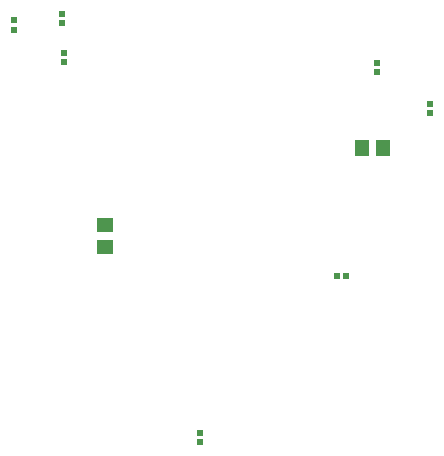
<source format=gbr>
G04 Layer_Color=128*
%FSLAX26Y26*%
%MOIN*%
%TF.FileFunction,Paste,Bot*%
%TF.Part,Single*%
G01*
G75*
%TA.AperFunction,SMDPad,CuDef*%
%ADD13R,0.020472X0.020472*%
%ADD14R,0.020472X0.020472*%
%ADD20R,0.057087X0.045276*%
%ADD51R,0.045276X0.057087*%
D13*
X1350276Y1248457D02*
D03*
X1381772D02*
D03*
D14*
X1484024Y1927709D02*
D03*
Y1959205D02*
D03*
X894181Y725874D02*
D03*
Y694378D02*
D03*
X436024Y2089709D02*
D03*
Y2121205D02*
D03*
X274000Y2068252D02*
D03*
Y2099748D02*
D03*
X442024Y1991205D02*
D03*
Y1959709D02*
D03*
X1663024Y1822205D02*
D03*
Y1790709D02*
D03*
D20*
X578024Y1416890D02*
D03*
Y1346024D02*
D03*
D51*
X1504457Y1674457D02*
D03*
X1433591D02*
D03*
%TF.MD5,b91c5f922546935b2d2f4bac70930d14*%
M02*

</source>
